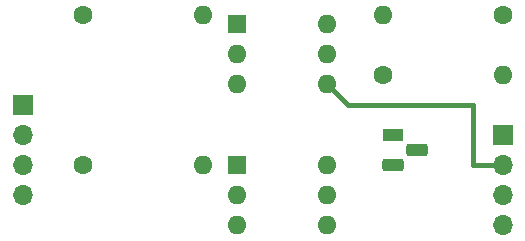
<source format=gbr>
%TF.GenerationSoftware,KiCad,Pcbnew,8.0.6*%
%TF.CreationDate,2025-02-01T10:00:46+01:00*%
%TF.ProjectId,Optoisolatore_K40_1.0,4f70746f-6973-46f6-9c61-746f72655f4b,rev?*%
%TF.SameCoordinates,Original*%
%TF.FileFunction,Copper,L2,Bot*%
%TF.FilePolarity,Positive*%
%FSLAX46Y46*%
G04 Gerber Fmt 4.6, Leading zero omitted, Abs format (unit mm)*
G04 Created by KiCad (PCBNEW 8.0.6) date 2025-02-01 10:00:46*
%MOMM*%
%LPD*%
G01*
G04 APERTURE LIST*
G04 Aperture macros list*
%AMRoundRect*
0 Rectangle with rounded corners*
0 $1 Rounding radius*
0 $2 $3 $4 $5 $6 $7 $8 $9 X,Y pos of 4 corners*
0 Add a 4 corners polygon primitive as box body*
4,1,4,$2,$3,$4,$5,$6,$7,$8,$9,$2,$3,0*
0 Add four circle primitives for the rounded corners*
1,1,$1+$1,$2,$3*
1,1,$1+$1,$4,$5*
1,1,$1+$1,$6,$7*
1,1,$1+$1,$8,$9*
0 Add four rect primitives between the rounded corners*
20,1,$1+$1,$2,$3,$4,$5,0*
20,1,$1+$1,$4,$5,$6,$7,0*
20,1,$1+$1,$6,$7,$8,$9,0*
20,1,$1+$1,$8,$9,$2,$3,0*%
G04 Aperture macros list end*
%TA.AperFunction,ComponentPad*%
%ADD10R,1.700000X1.700000*%
%TD*%
%TA.AperFunction,ComponentPad*%
%ADD11O,1.700000X1.700000*%
%TD*%
%TA.AperFunction,ComponentPad*%
%ADD12C,1.600000*%
%TD*%
%TA.AperFunction,ComponentPad*%
%ADD13O,1.600000X1.600000*%
%TD*%
%TA.AperFunction,ComponentPad*%
%ADD14R,1.800000X1.100000*%
%TD*%
%TA.AperFunction,ComponentPad*%
%ADD15RoundRect,0.275000X-0.625000X0.275000X-0.625000X-0.275000X0.625000X-0.275000X0.625000X0.275000X0*%
%TD*%
%TA.AperFunction,ComponentPad*%
%ADD16R,1.600000X1.600000*%
%TD*%
%TA.AperFunction,Conductor*%
%ADD17C,0.400000*%
%TD*%
G04 APERTURE END LIST*
D10*
%TO.P,J2,1,Pin_1*%
%TO.N,PWM-input*%
X121920000Y-83820000D03*
D11*
%TO.P,J2,2,Pin_2*%
%TO.N,Gnd_Input*%
X121920000Y-86360000D03*
%TO.P,J2,3,Pin_3*%
%TO.N,3.3v input*%
X121920000Y-88900000D03*
%TO.P,J2,4,Pin_4*%
%TO.N,Enable 3.3v *%
X121920000Y-91440000D03*
%TD*%
D12*
%TO.P,R6,1*%
%TO.N,Net-(Q1-G)*%
X152400000Y-81280000D03*
D13*
%TO.P,R6,2*%
%TO.N,+ 5V      Laser_K40*%
X162560000Y-81280000D03*
%TD*%
D12*
%TO.P,R7,1*%
%TO.N,Net-(Q1-G)*%
X162560000Y-76200000D03*
D13*
%TO.P,R7,2*%
%TO.N,Net-(R7-Pad2)*%
X152400000Y-76200000D03*
%TD*%
D14*
%TO.P,Q1,1,S*%
%TO.N,GND       Laser_K40*%
X153270000Y-86360000D03*
D15*
%TO.P,Q1,2,G*%
%TO.N,Net-(Q1-G)*%
X155340000Y-87630000D03*
%TO.P,Q1,3,D*%
%TO.N,PWM-IN   LASER_k40*%
X153270000Y-88900000D03*
%TD*%
D16*
%TO.P,U1,1*%
%TO.N,Net-(R2-Pad2)*%
X140080000Y-76950000D03*
D13*
%TO.P,U1,2*%
%TO.N,Gnd_Input*%
X140080000Y-79490000D03*
%TO.P,U1,3,NC*%
%TO.N,unconnected-(U1-NC-Pad3)*%
X140080000Y-82030000D03*
%TO.P,U1,4*%
%TO.N,GND       Laser_K40*%
X147700000Y-82030000D03*
%TO.P,U1,5*%
%TO.N,Net-(R7-Pad2)*%
X147700000Y-79490000D03*
%TO.P,U1,6*%
%TO.N,unconnected-(U1-Pad6)*%
X147700000Y-76950000D03*
%TD*%
D12*
%TO.P,R2,1*%
%TO.N,PWM-input*%
X127000000Y-76200000D03*
D13*
%TO.P,R2,2*%
%TO.N,Net-(R2-Pad2)*%
X137160000Y-76200000D03*
%TD*%
D10*
%TO.P,J1,1,Pin_1*%
%TO.N,+ 5V      Laser_K40*%
X162560000Y-86360000D03*
D11*
%TO.P,J1,2,Pin_2*%
%TO.N,GND       Laser_K40*%
X162560000Y-88900000D03*
%TO.P,J1,3,Pin_3*%
%TO.N,PWM-IN   LASER_k40*%
X162560000Y-91440000D03*
%TO.P,J1,4,Pin_4*%
%TO.N,Enable-L  Laser_K40*%
X162560000Y-93980000D03*
%TD*%
D12*
%TO.P,R4,1*%
%TO.N,3.3v input*%
X127000000Y-88900000D03*
D13*
%TO.P,R4,2*%
%TO.N,Net-(R4-Pad2)*%
X137160000Y-88900000D03*
%TD*%
D16*
%TO.P,U2,1*%
%TO.N,Net-(R4-Pad2)*%
X140080000Y-88915000D03*
D13*
%TO.P,U2,2*%
%TO.N,Enable 3.3v *%
X140080000Y-91455000D03*
%TO.P,U2,3,NC*%
%TO.N,unconnected-(U2-NC-Pad3)*%
X140080000Y-93995000D03*
%TO.P,U2,4*%
%TO.N,GND       Laser_K40*%
X147700000Y-93995000D03*
%TO.P,U2,5*%
%TO.N,Enable-L  Laser_K40*%
X147700000Y-91455000D03*
%TO.P,U2,6*%
%TO.N,unconnected-(U2-Pad6)*%
X147700000Y-88915000D03*
%TD*%
D17*
%TO.N,GND       Laser_K40*%
X160020000Y-88900000D02*
X160020000Y-83820000D01*
X160020000Y-83820000D02*
X149490000Y-83820000D01*
X162560000Y-88900000D02*
X160020000Y-88900000D01*
X149490000Y-83820000D02*
X147700000Y-82030000D01*
%TD*%
M02*

</source>
